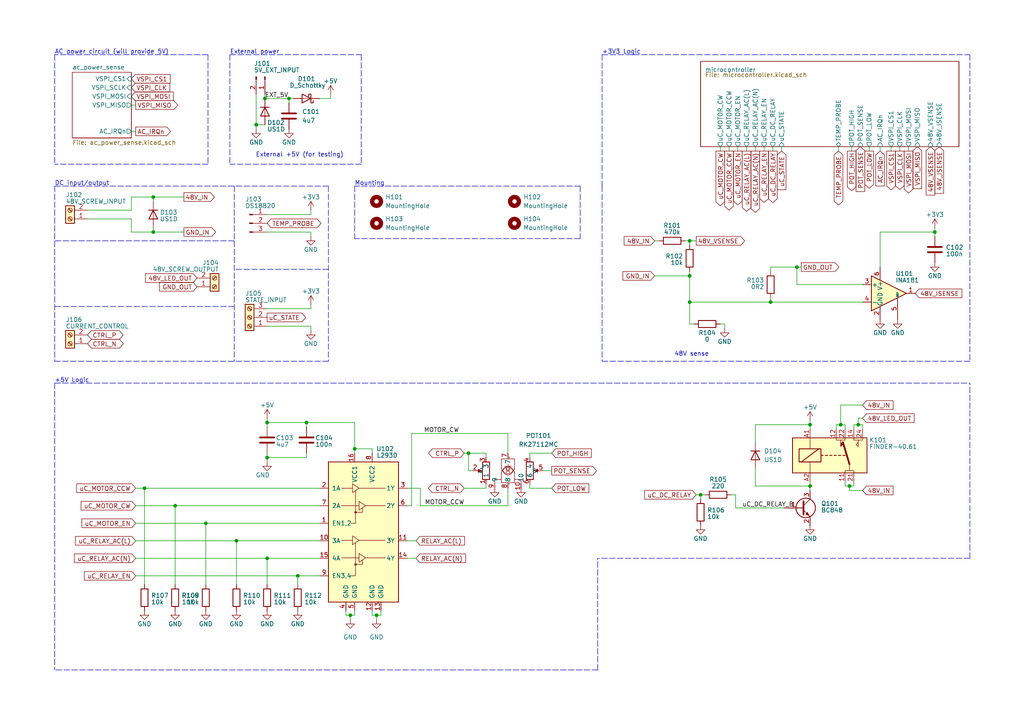
<source format=kicad_sch>
(kicad_sch (version 20211123) (generator eeschema)
  (paper "A4")
  (title_block (title "Lumos - IoT Grow Light") (company "Achim Vandierendonck"))
  (lib_symbols
    (symbol "Amplifier_Current:INA181" (pin_names (offset 0.127))
      (property "Reference" "U" (at 3.81 3.81 0))
      (property "Value" "INA181" (at 3.81 -2.54 0))
      (symbol "INA181_0_1"
        (polyline (pts (xy 5.08 0) (xy -5.08 5.08) (xy -5.08 -5.08) (xy 5.08 0)) (stroke (width 0.254)) (fill (type background)))
      )
      (symbol "INA181_1_1"
        (pin output line (at 7.62 0 180) (length 2.54) (name "~") (number "1"))
        (pin power_in line (at -2.54 -7.62 90) (length 3.81) (name "GND") (number "2"))
        (pin input line (at -7.62 2.54 0) (length 2.54) (name "+") (number "3"))
        (pin input line (at -7.62 -2.54 0) (length 2.54) (name "-") (number "4"))
        (pin input line (at 2.54 -7.62 90) (length 6.35) (name "REF") (number "5"))
        (pin power_in line (at -2.54 7.62 270) (length 3.81) (name "V+") (number "6"))
      )
    )
    (symbol "Connector:Conn_01x02_Male" (pin_names (offset 1.016) hide)
      (property "Reference" "J" (at 0 2.54 0))
      (property "Value" "Conn_01x02_Male" (at 0 -5.08 0))
      (symbol "Conn_01x02_Male_1_1"
        (polyline (pts (xy 1.27 -2.54) (xy 0.8636 -2.54)) (stroke (width 0.1524)))
        (polyline (pts (xy 1.27 0) (xy 0.8636 0)) (stroke (width 0.1524)))
        (rectangle (start 0.8636 -2.413) (end 0 -2.667) (stroke (width 0.1524)) (fill (type outline)))
        (rectangle (start 0.8636 0.127) (end 0 -0.127) (stroke (width 0.1524)) (fill (type outline)))
        (pin passive line (at 5.08 0 180) (length 3.81) (name "Pin_1") (number "1"))
        (pin passive line (at 5.08 -2.54 180) (length 3.81) (name "Pin_2") (number "2"))
      )
    )
    (symbol "Connector:Conn_01x03_Male" (pin_names (offset 1.016) hide)
      (property "Reference" "J" (at 0 5.08 0))
      (property "Value" "Conn_01x03_Male" (at 0 -5.08 0))
      (symbol "Conn_01x03_Male_1_1"
        (polyline (pts (xy 1.27 -2.54) (xy 0.8636 -2.54)) (stroke (width 0.1524)))
        (polyline (pts (xy 1.27 0) (xy 0.8636 0)) (stroke (width 0.1524)))
        (polyline (pts (xy 1.27 2.54) (xy 0.8636 2.54)) (stroke (width 0.1524)))
        (rectangle (start 0.8636 -2.413) (end 0 -2.667) (stroke (width 0.1524)) (fill (type outline)))
        (rectangle (start 0.8636 0.127) (end 0 -0.127) (stroke (width 0.1524)) (fill (type outline)))
        (rectangle (start 0.8636 2.667) (end 0 2.413) (stroke (width 0.1524)) (fill (type outline)))
        (pin passive line (at 5.08 2.54 180) (length 3.81) (name "Pin_1") (number "1"))
        (pin passive line (at 5.08 0 180) (length 3.81) (name "Pin_2") (number "2"))
        (pin passive line (at 5.08 -2.54 180) (length 3.81) (name "Pin_3") (number "3"))
      )
    )
    (symbol "Connector:Screw_Terminal_01x02" (pin_names (offset 1.016) hide)
      (property "Reference" "J" (at 0 2.54 0))
      (property "Value" "Screw_Terminal_01x02" (at 0 -5.08 0))
      (symbol "Screw_Terminal_01x02_1_1"
        (rectangle (start -1.27 1.27) (end 1.27 -3.81) (stroke (width 0.254)) (fill (type background)))
        (circle (center 0 -2.54) (radius 0.635) (stroke (width 0.1524)))
        (polyline (pts (xy -0.5334 -2.2098) (xy 0.3302 -3.048)) (stroke (width 0.1524)))
        (polyline (pts (xy -0.5334 0.3302) (xy 0.3302 -0.508)) (stroke (width 0.1524)))
        (polyline (pts (xy -0.3556 -2.032) (xy 0.508 -2.8702)) (stroke (width 0.1524)))
        (polyline (pts (xy -0.3556 0.508) (xy 0.508 -0.3302)) (stroke (width 0.1524)))
        (circle (center 0 0) (radius 0.635) (stroke (width 0.1524)))
        (pin passive line (at -5.08 0 0) (length 3.81) (name "Pin_1") (number "1"))
        (pin passive line (at -5.08 -2.54 0) (length 3.81) (name "Pin_2") (number "2"))
      )
    )
    (symbol "Connector:Screw_Terminal_01x03" (pin_names (offset 1.016) hide)
      (property "Reference" "J" (at 0 5.08 0))
      (property "Value" "Screw_Terminal_01x03" (at 0 -5.08 0))
      (symbol "Screw_Terminal_01x03_1_1"
        (rectangle (start -1.27 3.81) (end 1.27 -3.81) (stroke (width 0.254)) (fill (type background)))
        (circle (center 0 -2.54) (radius 0.635) (stroke (width 0.1524)))
        (polyline (pts (xy -0.5334 -2.2098) (xy 0.3302 -3.048)) (stroke (width 0.1524)))
        (polyline (pts (xy -0.5334 0.3302) (xy 0.3302 -0.508)) (stroke (width 0.1524)))
        (polyline (pts (xy -0.5334 2.8702) (xy 0.3302 2.032)) (stroke (width 0.1524)))
        (polyline (pts (xy -0.3556 -2.032) (xy 0.508 -2.8702)) (stroke (width 0.1524)))
        (polyline (pts (xy -0.3556 0.508) (xy 0.508 -0.3302)) (stroke (width 0.1524)))
        (polyline (pts (xy -0.3556 3.048) (xy 0.508 2.2098)) (stroke (width 0.1524)))
        (circle (center 0 0) (radius 0.635) (stroke (width 0.1524)))
        (circle (center 0 2.54) (radius 0.635) (stroke (width 0.1524)))
        (pin passive line (at -5.08 2.54 0) (length 3.81) (name "Pin_1") (number "1"))
        (pin passive line (at -5.08 0 0) (length 3.81) (name "Pin_2") (number "2"))
        (pin passive line (at -5.08 -2.54 0) (length 3.81) (name "Pin_3") (number "3"))
      )
    )
    (symbol "Device:C" (pin_numbers hide) (pin_names (offset 0.254))
      (property "Reference" "C" (at 0.635 2.54 0))
      (property "Value" "C" (at 0.635 -2.54 0))
      (symbol "C_0_1"
        (polyline (pts (xy -2.032 -0.762) (xy 2.032 -0.762)) (stroke (width 0.508)))
        (polyline (pts (xy -2.032 0.762) (xy 2.032 0.762)) (stroke (width 0.508)))
      )
      (symbol "C_1_1"
        (pin passive line (at 0 3.81 270) (length 2.794) (name "~") (number "1"))
        (pin passive line (at 0 -3.81 90) (length 2.794) (name "~") (number "2"))
      )
    )
    (symbol "Device:D_Schottky" (pin_numbers hide) (pin_names (offset 1.016) hide)
      (property "Reference" "D" (at 0 2.54 0))
      (property "Value" "D_Schottky" (at 0 -2.54 0))
      (symbol "D_Schottky_0_1"
        (polyline (pts (xy 1.27 0) (xy -1.27 0)))
        (polyline (pts (xy 1.27 1.27) (xy 1.27 -1.27) (xy -1.27 0) (xy 1.27 1.27)) (stroke (width 0.254)))
        (polyline (pts (xy -1.905 0.635) (xy -1.905 1.27) (xy -1.27 1.27) (xy -1.27 -1.27) (xy -0.635 -1.27) (xy -0.635 -0.635)) (stroke (width 0.254)))
      )
      (symbol "D_Schottky_1_1"
        (pin passive line (at -3.81 0 0) (length 2.54) (name "K") (number "1"))
        (pin passive line (at 3.81 0 180) (length 2.54) (name "A") (number "2"))
      )
    )
    (symbol "Device:R" (pin_numbers hide) (pin_names (offset 0))
      (property "Reference" "R" (at 2.032 0 90))
      (property "Value" "R" (at 0 0 90))
      (symbol "R_0_1"
        (rectangle (start -1.016 -2.54) (end 1.016 2.54) (stroke (width 0.254)))
      )
      (symbol "R_1_1"
        (pin passive line (at 0 3.81 270) (length 1.27) (name "~") (number "1"))
        (pin passive line (at 0 -3.81 90) (length 1.27) (name "~") (number "2"))
      )
    )
    (symbol "Diode:US1D" (pin_numbers hide) (pin_names (offset 1.016) hide)
      (property "Reference" "D" (at 0 2.54 0))
      (property "Value" "US1D" (at 0 -2.54 0))
      (symbol "US1D_0_1"
        (polyline (pts (xy -1.27 1.27) (xy -1.27 -1.27)) (stroke (width 0.254)))
        (polyline (pts (xy 1.27 0) (xy -1.27 0)))
        (polyline (pts (xy 1.27 1.27) (xy 1.27 -1.27) (xy -1.27 0) (xy 1.27 1.27)) (stroke (width 0.254)))
      )
      (symbol "US1D_1_1"
        (pin passive line (at -3.81 0 0) (length 2.54) (name "K") (number "1"))
        (pin passive line (at 3.81 0 180) (length 2.54) (name "A") (number "2"))
      )
    )
    (symbol "Driver_Motor:L293D" (pin_names (offset 1.016))
      (property "Reference" "U" (at -5.08 26.035 0))
      (property "Value" "L293D" (at -5.08 24.13 0))
      (symbol "L293D_0_1"
        (rectangle (start -10.16 22.86) (end 10.16 -17.78) (stroke (width 0.254)) (fill (type background)))
        (circle (center -2.286 -6.858) (radius 0.254) (fill (type outline)))
        (circle (center -2.286 8.255) (radius 0.254) (fill (type outline)))
        (polyline (pts (xy -6.35 -4.953) (xy -1.27 -4.953)))
        (polyline (pts (xy -6.35 0.127) (xy -3.175 0.127)))
        (polyline (pts (xy -6.35 10.16) (xy -1.27 10.16)))
        (polyline (pts (xy -6.35 15.24) (xy -3.175 15.24)))
        (polyline (pts (xy -1.27 0.127) (xy 6.35 0.127)))
        (polyline (pts (xy -1.27 15.24) (xy 6.35 15.24)))
        (polyline (pts (xy 0.635 -4.953) (xy 6.35 -4.953)))
        (polyline (pts (xy 0.635 10.16) (xy 6.35 10.16)))
        (polyline (pts (xy -2.286 -6.858) (xy -0.254 -6.858) (xy -0.254 -5.588)))
        (polyline (pts (xy -2.286 -0.635) (xy -2.286 -10.16) (xy -3.556 -10.16)))
        (polyline (pts (xy -2.286 8.255) (xy -0.254 8.255) (xy -0.254 9.525)))
        (polyline (pts (xy -2.286 14.478) (xy -2.286 5.08) (xy -3.556 5.08)))
        (polyline (pts (xy -3.175 1.397) (xy -3.175 -1.143) (xy -1.27 0.127) (xy -3.175 1.397)))
        (polyline (pts (xy -3.175 16.51) (xy -3.175 13.97) (xy -1.27 15.24) (xy -3.175 16.51)))
        (polyline (pts (xy -1.27 -3.683) (xy -1.27 -6.223) (xy 0.635 -4.953) (xy -1.27 -3.683)))
        (polyline (pts (xy -1.27 11.43) (xy -1.27 8.89) (xy 0.635 10.16) (xy -1.27 11.43)))
      )
      (symbol "L293D_1_1"
        (pin input line (at -12.7 5.08 0) (length 2.54) (name "EN1,2") (number "1"))
        (pin input line (at -12.7 0 0) (length 2.54) (name "3A") (number "10"))
        (pin output line (at 12.7 0 180) (length 2.54) (name "3Y") (number "11"))
        (pin power_in line (at 2.54 -20.32 90) (length 2.54) (name "GND") (number "12"))
        (pin power_in line (at 5.08 -20.32 90) (length 2.54) (name "GND") (number "13"))
        (pin output line (at 12.7 -5.08 180) (length 2.54) (name "4Y") (number "14"))
        (pin input line (at -12.7 -5.08 0) (length 2.54) (name "4A") (number "15"))
        (pin power_in line (at -2.54 25.4 270) (length 2.54) (name "VCC1") (number "16"))
        (pin input line (at -12.7 15.24 0) (length 2.54) (name "1A") (number "2"))
        (pin output line (at 12.7 15.24 180) (length 2.54) (name "1Y") (number "3"))
        (pin power_in line (at -5.08 -20.32 90) (length 2.54) (name "GND") (number "4"))
        (pin power_in line (at -2.54 -20.32 90) (length 2.54) (name "GND") (number "5"))
        (pin output line (at 12.7 10.16 180) (length 2.54) (name "2Y") (number "6"))
        (pin input line (at -12.7 10.16 0) (length 2.54) (name "2A") (number "7"))
        (pin power_in line (at 2.54 25.4 270) (length 2.54) (name "VCC2") (number "8"))
        (pin input line (at -12.7 -10.16 0) (length 2.54) (name "EN3,4") (number "9"))
      )
    )
    (symbol "Mechanical:MountingHole" (pin_names (offset 1.016))
      (property "Reference" "H" (at 0 5.08 0))
      (property "Value" "MountingHole" (at 0 3.175 0))
      (symbol "MountingHole_0_1"
        (circle (center 0 0) (radius 1.27) (stroke (width 1.27)))
      )
    )
    (symbol "Transistor_BJT:BC848" (pin_names (offset 0) hide)
      (property "Reference" "Q" (at 5.08 1.905 0))
      (property "Value" "BC848" (at 5.08 0 0))
      (symbol "BC848_0_1"
        (polyline (pts (xy 0.635 0.635) (xy 2.54 2.54)))
        (polyline (pts (xy 0.635 -0.635) (xy 2.54 -2.54) (xy 2.54 -2.54)))
        (polyline (pts (xy 0.635 1.905) (xy 0.635 -1.905) (xy 0.635 -1.905)) (stroke (width 0.508)))
        (polyline (pts (xy 1.27 -1.778) (xy 1.778 -1.27) (xy 2.286 -2.286) (xy 1.27 -1.778) (xy 1.27 -1.778)) (fill (type outline)))
        (circle (center 1.27 0) (radius 2.8194) (stroke (width 0.254)))
      )
      (symbol "BC848_1_1"
        (pin input line (at -5.08 0 0) (length 5.715) (name "B") (number "1"))
        (pin passive line (at 2.54 -5.08 90) (length 2.54) (name "E") (number "2"))
        (pin passive line (at 2.54 5.08 270) (length 2.54) (name "C") (number "3"))
      )
    )
    (symbol "lumos:FINDER-40.61"
      (property "Reference" "K" (at 7.112 3.81 0))
      (property "Value" "FINDER-40.61" (at 7.112 1.27 0))
      (symbol "FINDER-40.61_0_1"
        (rectangle (start -15.24 5.08) (end 6.35 -5.08) (stroke (width 0.254)) (fill (type background)))
        (rectangle (start -13.335 1.905) (end -6.985 -1.905) (stroke (width 0.254)))
        (polyline (pts (xy -12.7 -1.905) (xy -7.62 1.905)) (stroke (width 0.254)))
        (polyline (pts (xy -10.16 -5.08) (xy -10.16 -1.905)))
        (polyline (pts (xy -10.16 5.08) (xy -10.16 1.905)))
        (polyline (pts (xy -6.985 0) (xy -6.35 0)) (stroke (width 0.254)))
        (polyline (pts (xy -5.715 0) (xy -5.08 0)) (stroke (width 0.254)))
        (polyline (pts (xy -4.445 0) (xy -3.81 0)) (stroke (width 0.254)))
        (polyline (pts (xy -3.175 0) (xy -2.54 0)) (stroke (width 0.254)))
        (polyline (pts (xy -2.54 4.445) (xy -2.54 5.08)))
        (polyline (pts (xy -1.905 0) (xy -1.27 0)) (stroke (width 0.254)))
        (polyline (pts (xy -0.635 0) (xy 0 0)) (stroke (width 0.254)))
        (polyline (pts (xy 1.27 -2.54) (xy -0.635 3.81)) (stroke (width 0.508)))
        (polyline (pts (xy 1.27 -2.54) (xy 1.27 -4.445)))
        (polyline (pts (xy 2.54 4.445) (xy 2.54 5.08)))
        (polyline (pts (xy 0 5.08) (xy 0 4.445) (xy -2.54 4.445)))
        (polyline (pts (xy 5.08 5.08) (xy 5.08 4.445) (xy 2.54 4.445)))
        (polyline (pts (xy -1.27 4.445) (xy -1.27 2.54) (xy -0.635 3.175) (xy -1.27 3.81)) (fill (type outline)))
        (polyline (pts (xy 2.54 -5.08) (xy 2.54 -4.445) (xy 0 -4.445) (xy 0 -5.08)))
        (polyline (pts (xy 3.81 4.445) (xy 3.81 2.54) (xy 3.175 3.175) (xy 3.81 3.81)))
      )
      (symbol "FINDER-40.61_1_1"
        (pin passive line (at 0 -7.62 90) (length 2.54) (name "~") (number "11"))
        (pin passive line (at -2.54 7.62 270) (length 2.54) (name "~") (number "12"))
        (pin passive line (at 2.54 7.62 270) (length 2.54) (name "~") (number "14"))
        (pin passive line (at 2.54 -7.62 90) (length 2.54) (name "~") (number "21"))
        (pin passive line (at 0 7.62 270) (length 2.54) (name "~") (number "22"))
        (pin passive line (at 5.08 7.62 270) (length 2.54) (name "~") (number "24"))
        (pin passive line (at -10.16 7.62 270) (length 2.54) (name "~") (number "A1"))
        (pin passive line (at -10.16 -7.62 90) (length 2.54) (name "~") (number "A2"))
      )
    )
    (symbol "lumos:RK27112MC"
      (property "Reference" "POT" (at 8.89 -5.08 0))
      (property "Value" "RK27112MC" (at 8.89 -2.54 0))
      (symbol "RK27112MC_0_0"
        (arc (start -1.905 0.5485) (mid 0 -1.9806) (end 1.905 0.5485))
        (arc (start -0.889 1.397) (mid 0 -1.661) (end 0.889 1.397))
        (polyline (pts (xy 0 -3.81) (xy 0 -3.429)))
        (polyline (pts (xy 0 3.81) (xy 0 3.429)))
        (polyline (pts (xy 0.127 1.651) (xy 0 1.524)))
        (polyline (pts (xy 0.127 1.651) (xy 0 1.778)))
        (polyline (pts (xy 0.254 -3.81) (xy 0.508 -3.81)))
        (polyline (pts (xy 0.254 3.81) (xy 0.508 3.81)))
        (polyline (pts (xy 0.381 3.937) (xy 0.381 3.683)))
        (polyline (pts (xy -3.81 -3.81) (xy -3.81 -2.54) (xy -1.905 -2.54)))
        (polyline (pts (xy 3.81 -3.81) (xy 3.81 -2.54) (xy 1.905 -2.54)))
        (polyline (pts (xy -1.905 0.508) (xy -1.905 3.429) (xy 1.905 3.429) (xy 1.905 0.508)))
        (polyline (pts (xy 1.905 -0.508) (xy 1.905 -3.429) (xy -1.905 -3.429) (xy -1.905 -0.508)))
        (arc (start 1.905 -0.508) (mid 0 1.9737) (end -1.905 -0.508))
        (text "M" (at 0 0 0) (effects (font (size 1.27 1.27))))
      )
      (symbol "RK27112MC_0_1"
        (rectangle (start -7.366 -2.54) (end -5.334 2.54) (stroke (width 0.254)))
        (polyline (pts (xy -8.89 0) (xy -7.874 0)))
        (polyline (pts (xy 8.89 0) (xy 7.874 0)))
        (polyline (pts (xy -7.493 0) (xy -8.636 -0.508) (xy -8.636 0.508)) (fill (type outline)))
        (polyline (pts (xy 7.493 0) (xy 8.636 0.508) (xy 8.636 -0.508)) (fill (type outline)))
        (circle (center 0 0) (radius 1.27))
        (rectangle (start 7.366 2.54) (end 5.334 -2.54) (stroke (width 0.254)))
      )
      (symbol "RK27112MC_1_1"
        (pin passive line (at -6.35 -3.81 90) (length 1.27) (name "1") (number "1"))
        (pin power_in line (at 3.81 -5.08 90) (length 1.27) (name "10") (number "10"))
        (pin passive line (at -10.16 0 0) (length 1.27) (name "2") (number "2"))
        (pin passive line (at -6.35 3.81 270) (length 1.27) (name "3") (number "3"))
        (pin passive line (at 6.35 3.81 270) (length 1.27) (name "4") (number "4"))
        (pin passive line (at 10.16 0 180) (length 1.27) (name "5") (number "5"))
        (pin passive line (at 6.35 -3.81 90) (length 1.27) (name "6") (number "6"))
        (pin bidirectional line (at 0 5.08 270) (length 1.27) (name "7") (number "7"))
        (pin bidirectional line (at 0 -5.08 90) (length 1.27) (name "8") (number "8"))
        (pin power_in line (at -3.81 -5.08 90) (length 1.27) (name "9") (number "9"))
      )
    )
    (symbol "power:+3V3" (power) (pin_names (offset 0))
      (property "Value" "+3V3" (at 0 3.556 0))
      (symbol "+3V3_0_1"
        (polyline (pts (xy -0.762 1.27) (xy 0 2.54)))
        (polyline (pts (xy 0 0) (xy 0 2.54)))
        (polyline (pts (xy 0 2.54) (xy 0.762 1.27)))
      )
      (symbol "+3V3_1_1"
        (pin power_in line (at 0 0 90) (length 0) hide (name "+3V3") (number "1"))
      )
    )
    (symbol "power:+5V" (power) (pin_names (offset 0))
      (property "Value" "+5V" (at 0 3.556 0))
      (symbol "+5V_0_1"
        (polyline (pts (xy -0.762 1.27) (xy 0 2.54)))
        (polyline (pts (xy 0 0) (xy 0 2.54)))
        (polyline (pts (xy 0 2.54) (xy 0.762 1.27)))
      )
      (symbol "+5V_1_1"
        (pin power_in line (at 0 0 90) (length 0) hide (name "+5V") (number "1"))
      )
    )
    (symbol "power:GND" (power) (pin_names (offset 0))
      (property "Value" "GND" (at 0 -3.81 0))
      (symbol "GND_0_1"
        (polyline (pts (xy 0 0) (xy 0 -1.27) (xy 1.27 -1.27) (xy 0 -2.54) (xy -1.27 -1.27) (xy 0 -1.27)))
      )
      (symbol "GND_1_1"
        (pin power_in line (at 0 0 270) (length 0) hide (name "GND") (number "1"))
      )
    )
  )
  (junction (at 271.145 67.31))
  (junction (at 223.52 87.63))
  (junction (at 44.45 67.31))
  (junction (at 83.82 28.575))
  (junction (at 68.58 156.845))
  (junction (at 86.36 167.005))
  (junction (at 200.025 87.63))
  (junction (at 234.95 140.97))
  (junction (at 203.2 143.51))
  (junction (at 77.47 161.925))
  (junction (at 234.95 123.19))
  (junction (at 200.025 69.85))
  (junction (at 246.38 140.97))
  (junction (at 200.025 80.01))
  (junction (at 231.14 77.47))
  (junction (at 77.47 122.555))
  (junction (at 59.69 151.765))
  (junction (at 44.45 57.15))
  (junction (at 88.9 122.555))
  (junction (at 135.89 131.445))
  (junction (at 243.84 123.19))
  (junction (at 101.6 178.435))
  (junction (at 74.295 36.195))
  (junction (at 109.22 178.435))
  (junction (at 248.92 123.19))
  (junction (at 41.91 141.605))
  (junction (at 50.8 146.685))
  (junction (at 77.47 132.715))
  (junction (at 76.835 28.575))
  (junction (at 102.87 130.175))
  (wire (pts (xy 77.47 161.925) (xy 77.47 169.545)))
  (wire (pts (xy 119.38 125.73) (xy 147.32 125.73)))
  (wire (pts (xy 140.97 140.335) (xy 140.97 141.605)))
  (wire (pts (xy 234.95 142.24) (xy 234.95 140.97)))
  (polyline (pts (xy 15.875 15.875) (xy 15.875 47.625)))
  (wire (pts (xy 38.1 60.96) (xy 38.1 57.15)))
  (wire (pts (xy 118.11 141.605) (xy 121.92 141.605)))
  (wire (pts (xy 90.17 62.23) (xy 90.17 60.96)))
  (wire (pts (xy 102.87 130.175) (xy 102.87 131.445)))
  (wire (pts (xy 213.36 143.51) (xy 213.36 147.32)))
  (wire (pts (xy 68.58 156.845) (xy 92.71 156.845)))
  (wire (pts (xy 208.915 93.98) (xy 210.185 93.98)))
  (wire (pts (xy 100.33 177.165) (xy 100.33 178.435)))
  (wire (pts (xy 74.295 36.195) (xy 74.295 27.305)))
  (wire (pts (xy 121.92 146.685) (xy 147.32 146.685)))
  (wire (pts (xy 250.19 82.55) (xy 231.14 82.55)))
  (polyline (pts (xy 281.305 104.775) (xy 238.125 104.775)))
  (wire (pts (xy 247.65 123.19) (xy 248.92 123.19)))
  (wire (pts (xy 250.19 123.19) (xy 250.19 124.46)))
  (wire (pts (xy 101.6 179.705) (xy 101.6 178.435)))
  (wire (pts (xy 203.2 144.78) (xy 203.2 143.51)))
  (wire (pts (xy 153.67 131.445) (xy 160.02 131.445)))
  (polyline (pts (xy 102.87 53.975) (xy 102.87 69.215)))
  (polyline (pts (xy 174.625 104.775) (xy 238.125 104.775)))
  (wire (pts (xy 147.32 125.73) (xy 147.32 131.445)))
  (wire (pts (xy 86.36 167.005) (xy 92.71 167.005)))
  (polyline (pts (xy 174.625 53.975) (xy 174.625 53.975)))
  (wire (pts (xy 243.205 42.545) (xy 243.205 43.815)))
  (wire (pts (xy 119.38 125.73) (xy 119.38 146.685)))
  (wire (pts (xy 271.145 66.04) (xy 271.145 67.31)))
  (wire (pts (xy 248.92 123.19) (xy 248.92 121.285)))
  (wire (pts (xy 245.11 123.19) (xy 245.11 124.46)))
  (wire (pts (xy 77.47 62.23) (xy 90.17 62.23)))
  (wire (pts (xy 134.62 141.605) (xy 140.97 141.605)))
  (wire (pts (xy 258.445 42.545) (xy 258.445 43.815)))
  (wire (pts (xy 247.65 124.46) (xy 247.65 123.19)))
  (wire (pts (xy 77.47 122.555) (xy 88.9 122.555)))
  (wire (pts (xy 88.9 122.555) (xy 88.9 123.825)))
  (wire (pts (xy 223.52 87.63) (xy 250.19 87.63)))
  (polyline (pts (xy 168.275 53.975) (xy 168.275 69.215)))
  (wire (pts (xy 39.37 141.605) (xy 41.91 141.605)))
  (wire (pts (xy 243.84 123.19) (xy 245.11 123.19)))
  (polyline (pts (xy 67.945 53.975) (xy 67.945 104.775)))
  (polyline (pts (xy 60.325 15.875) (xy 15.875 15.875)))
  (wire (pts (xy 271.145 67.31) (xy 271.145 68.58)))
  (wire (pts (xy 198.755 69.85) (xy 200.025 69.85)))
  (wire (pts (xy 95.885 28.575) (xy 95.885 27.305)))
  (wire (pts (xy 147.32 141.605) (xy 147.32 146.685)))
  (wire (pts (xy 77.47 132.715) (xy 77.47 131.445)))
  (wire (pts (xy 109.22 178.435) (xy 110.49 178.435)))
  (wire (pts (xy 102.87 177.165) (xy 102.87 178.435)))
  (wire (pts (xy 234.95 121.92) (xy 234.95 123.19)))
  (wire (pts (xy 255.27 67.31) (xy 271.145 67.31)))
  (wire (pts (xy 134.62 131.445) (xy 135.89 131.445)))
  (polyline (pts (xy 60.325 15.875) (xy 60.325 47.625)))
  (wire (pts (xy 118.11 156.845) (xy 120.65 156.845)))
  (wire (pts (xy 201.93 143.51) (xy 203.2 143.51)))
  (polyline (pts (xy 104.775 15.875) (xy 104.775 47.625)))
  (polyline (pts (xy 174.625 15.875) (xy 281.305 15.875)))
  (polyline (pts (xy 15.875 111.125) (xy 281.305 111.125)))
  (wire (pts (xy 77.47 133.985) (xy 77.47 132.715)))
  (wire (pts (xy 90.17 67.31) (xy 90.17 68.58)))
  (wire (pts (xy 219.075 42.545) (xy 219.075 43.815)))
  (wire (pts (xy 201.295 93.98) (xy 200.025 93.98)))
  (wire (pts (xy 245.11 140.97) (xy 246.38 140.97)))
  (wire (pts (xy 200.025 87.63) (xy 200.025 80.01)))
  (wire (pts (xy 234.95 123.19) (xy 234.95 124.46)))
  (wire (pts (xy 231.14 82.55) (xy 231.14 77.47)))
  (wire (pts (xy 25.4 63.5) (xy 38.1 63.5)))
  (wire (pts (xy 200.025 87.63) (xy 223.52 87.63)))
  (wire (pts (xy 77.47 67.31) (xy 90.17 67.31)))
  (wire (pts (xy 200.025 69.85) (xy 200.025 71.12)))
  (wire (pts (xy 92.71 28.575) (xy 95.885 28.575)))
  (wire (pts (xy 189.865 69.85) (xy 191.135 69.85)))
  (wire (pts (xy 25.4 60.96) (xy 38.1 60.96)))
  (wire (pts (xy 223.52 77.47) (xy 223.52 78.74)))
  (polyline (pts (xy 95.25 78.105) (xy 67.945 78.105)))
  (wire (pts (xy 210.185 93.98) (xy 210.185 95.25)))
  (wire (pts (xy 83.82 28.575) (xy 83.82 29.845)))
  (wire (pts (xy 77.47 122.555) (xy 77.47 123.825)))
  (wire (pts (xy 77.47 94.615) (xy 90.17 94.615)))
  (polyline (pts (xy 168.275 53.975) (xy 102.87 53.975)))
  (wire (pts (xy 76.835 27.305) (xy 76.835 28.575)))
  (wire (pts (xy 242.57 123.19) (xy 243.84 123.19)))
  (wire (pts (xy 41.91 141.605) (xy 92.71 141.605)))
  (wire (pts (xy 50.8 146.685) (xy 92.71 146.685)))
  (wire (pts (xy 77.47 161.925) (xy 92.71 161.925)))
  (wire (pts (xy 250.19 142.24) (xy 246.38 142.24)))
  (wire (pts (xy 226.695 42.545) (xy 226.695 43.815)))
  (wire (pts (xy 77.47 132.715) (xy 88.9 132.715)))
  (wire (pts (xy 86.36 167.005) (xy 86.36 169.545)))
  (wire (pts (xy 38.1 67.31) (xy 44.45 67.31)))
  (wire (pts (xy 200.025 69.85) (xy 201.93 69.85)))
  (wire (pts (xy 59.69 151.765) (xy 92.71 151.765)))
  (polyline (pts (xy 66.675 15.875) (xy 66.675 47.625)))
  (wire (pts (xy 109.22 178.435) (xy 107.95 178.435)))
  (wire (pts (xy 39.37 156.845) (xy 68.58 156.845)))
  (wire (pts (xy 208.915 42.545) (xy 208.915 43.815)))
  (wire (pts (xy 39.37 161.925) (xy 77.47 161.925)))
  (wire (pts (xy 219.075 135.89) (xy 219.075 140.97)))
  (wire (pts (xy 255.27 42.545) (xy 255.27 43.815)))
  (wire (pts (xy 90.17 88.265) (xy 90.17 89.535)))
  (wire (pts (xy 102.87 130.175) (xy 107.95 130.175)))
  (wire (pts (xy 110.49 177.165) (xy 110.49 178.435)))
  (wire (pts (xy 247.015 42.545) (xy 247.015 43.815)))
  (wire (pts (xy 263.525 42.545) (xy 263.525 43.815)))
  (wire (pts (xy 50.8 146.685) (xy 50.8 169.545)))
  (wire (pts (xy 255.27 67.31) (xy 255.27 77.47)))
  (wire (pts (xy 88.9 132.715) (xy 88.9 131.445)))
  (wire (pts (xy 221.615 42.545) (xy 221.615 43.815)))
  (wire (pts (xy 118.11 161.925) (xy 120.65 161.925)))
  (polyline (pts (xy 15.875 53.975) (xy 95.25 53.975)))
  (wire (pts (xy 109.22 179.705) (xy 109.22 178.435)))
  (wire (pts (xy 153.67 141.605) (xy 160.02 141.605)))
  (wire (pts (xy 38.1 63.5) (xy 38.1 67.31)))
  (wire (pts (xy 39.37 167.005) (xy 86.36 167.005)))
  (wire (pts (xy 200.025 87.63) (xy 200.025 93.98)))
  (wire (pts (xy 243.84 123.19) (xy 243.84 117.475)))
  (wire (pts (xy 246.38 140.97) (xy 246.38 142.24)))
  (polyline (pts (xy 60.325 47.625) (xy 15.875 47.625)))
  (wire (pts (xy 107.95 131.445) (xy 107.95 130.175)))
  (polyline (pts (xy 281.305 15.875) (xy 281.305 104.775)))
  (wire (pts (xy 44.45 58.42) (xy 44.45 57.15)))
  (polyline (pts (xy 104.775 47.625) (xy 66.675 47.625)))
  (wire (pts (xy 135.89 131.445) (xy 135.89 136.525)))
  (wire (pts (xy 211.455 42.545) (xy 211.455 43.815)))
  (wire (pts (xy 135.89 136.525) (xy 137.16 136.525)))
  (wire (pts (xy 77.47 89.535) (xy 90.17 89.535)))
  (wire (pts (xy 38.1 38.1) (xy 39.37 38.1)))
  (wire (pts (xy 203.2 143.51) (xy 204.47 143.51)))
  (polyline (pts (xy 174.625 53.975) (xy 174.625 104.775)))
  (wire (pts (xy 74.295 37.465) (xy 74.295 36.195)))
  (polyline (pts (xy 15.875 53.975) (xy 15.875 104.775)))
  (wire (pts (xy 252.095 42.545) (xy 252.095 43.815)))
  (polyline (pts (xy 67.945 88.9) (xy 15.875 88.9)))
  (polyline (pts (xy 173.355 194.31) (xy 15.875 194.31)))
  (wire (pts (xy 212.09 143.51) (xy 213.36 143.51)))
  (wire (pts (xy 242.57 124.46) (xy 242.57 123.19)))
  (wire (pts (xy 74.295 36.195) (xy 76.835 36.195)))
  (wire (pts (xy 234.95 123.19) (xy 219.075 123.19)))
  (wire (pts (xy 90.17 94.615) (xy 90.17 95.885)))
  (wire (pts (xy 38.1 30.48) (xy 39.37 30.48)))
  (wire (pts (xy 157.48 136.525) (xy 160.02 136.525)))
  (wire (pts (xy 247.65 139.7) (xy 247.65 140.97)))
  (wire (pts (xy 101.6 178.435) (xy 100.33 178.435)))
  (polyline (pts (xy 281.305 161.925) (xy 173.355 161.925)))
  (wire (pts (xy 39.37 151.765) (xy 59.69 151.765)))
  (wire (pts (xy 44.45 66.04) (xy 44.45 67.31)))
  (wire (pts (xy 59.69 151.765) (xy 59.69 169.545)))
  (wire (pts (xy 224.155 42.545) (xy 224.155 43.815)))
  (wire (pts (xy 88.9 122.555) (xy 102.87 122.555)))
  (wire (pts (xy 213.36 147.32) (xy 227.33 147.32)))
  (wire (pts (xy 44.45 57.15) (xy 53.34 57.15)))
  (polyline (pts (xy 67.945 69.85) (xy 15.875 69.85)))
  (wire (pts (xy 213.995 42.545) (xy 213.995 43.815)))
  (wire (pts (xy 216.535 42.545) (xy 216.535 43.815)))
  (polyline (pts (xy 66.675 15.875) (xy 104.775 15.875)))
  (polyline (pts (xy 173.355 194.31) (xy 173.355 161.925)))
  (wire (pts (xy 189.865 80.01) (xy 200.025 80.01)))
  (wire (pts (xy 140.97 131.445) (xy 135.89 131.445)))
  (wire (pts (xy 41.91 169.545) (xy 41.91 141.605)))
  (wire (pts (xy 248.92 123.19) (xy 250.19 123.19)))
  (wire (pts (xy 223.52 77.47) (xy 231.14 77.47)))
  (wire (pts (xy 243.84 117.475) (xy 250.19 117.475)))
  (wire (pts (xy 38.1 57.15) (xy 44.45 57.15)))
  (wire (pts (xy 101.6 178.435) (xy 102.87 178.435)))
  (wire (pts (xy 248.92 121.285) (xy 250.19 121.285)))
  (wire (pts (xy 121.92 146.685) (xy 121.92 141.605)))
  (wire (pts (xy 219.075 123.19) (xy 219.075 128.27)))
  (wire (pts (xy 234.95 140.97) (xy 234.95 139.7)))
  (wire (pts (xy 153.67 140.335) (xy 153.67 141.605)))
  (wire (pts (xy 119.38 146.685) (xy 118.11 146.685)))
  (wire (pts (xy 140.97 132.715) (xy 140.97 131.445)))
  (wire (pts (xy 107.95 177.165) (xy 107.95 178.435)))
  (wire (pts (xy 246.38 140.97) (xy 247.65 140.97)))
  (wire (pts (xy 83.82 28.575) (xy 85.09 28.575)))
  (wire (pts (xy 231.14 77.47) (xy 232.41 77.47)))
  (wire (pts (xy 39.37 146.685) (xy 50.8 146.685)))
  (polyline (pts (xy 168.275 69.215) (xy 102.87 69.215)))
  (wire (pts (xy 102.87 122.555) (xy 102.87 130.175)))
  (wire (pts (xy 245.11 140.97) (xy 245.11 139.7)))
  (wire (pts (xy 68.58 156.845) (xy 68.58 169.545)))
  (polyline (pts (xy 174.625 15.875) (xy 174.625 53.975)))
  (wire (pts (xy 44.45 67.31) (xy 53.34 67.31)))
  (wire (pts (xy 234.95 140.97) (xy 219.075 140.97)))
  (polyline (pts (xy 95.25 104.775) (xy 15.875 104.775)))
  (wire (pts (xy 223.52 86.36) (xy 223.52 87.63)))
  (wire (pts (xy 76.835 28.575) (xy 83.82 28.575)))
  (wire (pts (xy 77.47 121.285) (xy 77.47 122.555)))
  (wire (pts (xy 260.985 42.545) (xy 260.985 43.815)))
  (wire (pts (xy 153.67 132.715) (xy 153.67 131.445)))
  (polyline (pts (xy 15.875 111.125) (xy 15.875 194.31)))
  (wire (pts (xy 200.025 78.74) (xy 200.025 80.01)))
  (polyline (pts (xy 281.305 161.925) (xy 281.305 111.125)))
  (polyline (pts (xy 95.25 53.975) (xy 95.25 104.775)))
  (text "AC power circuit (will provide 5V)" (at 15.875 15.875 0) (effects (font (size 1.27 1.27)) (justify left bottom)))
  (text "+5V Logic" (at 15.875 111.125 0) (effects (font (size 1.27 1.27)) (justify left bottom)))
  (text "External +5V (for testing)" (at 99.695 45.72 180) (effects (font (size 1.27 1.27)) (justify right bottom)))
  (text "+3V3 Logic" (at 174.625 15.875 0) (effects (font (size 1.27 1.27)) (justify left bottom)))
  (text "48V sense" (at 195.58 103.505 0) (effects (font (size 1.27 1.27)) (justify left bottom)))
  (text "DC input/output" (at 15.875 53.975 0) (effects (font (size 1.27 1.27)) (justify left bottom)))
  (text "Mounting" (at 102.87 53.975 0) (effects (font (size 1.27 1.27)) (justify left bottom)))
  (text "External power" (at 66.675 15.875 0) (effects (font (size 1.27 1.27)) (justify left bottom)))
  (label "MOTOR_CW" (at 122.936 125.73 0))
  (label "EXT_5V" (at 76.835 28.575 0))
  (label "uC_DC_RELAY_B" (at 215.265 147.32 0))
  (label "MOTOR_CCW" (at 123.19 146.685 0))
  (global_label "uC_RELAY_EN" (shape output) (at 221.615 43.815 270) (property "Intersheet References" "${INTERSHEET_REFS}" (effects hide)))
  (global_label "POT_HIGH" (shape input) (at 160.02 131.445 0) (property "Intersheet References" "${INTERSHEET_REFS}" (effects hide)))
  (global_label "uC_MOTOR_EN" (shape output) (at 213.995 43.815 270) (property "Intersheet References" "${INTERSHEET_REFS}" (effects hide)))
  (global_label "POT_LOW" (shape output) (at 252.095 43.815 270) (property "Intersheet References" "${INTERSHEET_REFS}" (effects hide)))
  (global_label "VSPI_CLK" (shape output) (at 260.985 43.815 270) (property "Intersheet References" "${INTERSHEET_REFS}" (effects hide)))
  (global_label "AC_IRQn" (shape input) (at 255.27 43.815 270) (property "Intersheet References" "${INTERSHEET_REFS}" (effects hide)))
  (global_label "48V_LED_OUT" (shape input) (at 250.19 121.285 0) (property "Intersheet References" "${INTERSHEET_REFS}" (effects hide)))
  (global_label "uC_MOTOR_EN" (shape input) (at 39.37 151.765 180) (property "Intersheet References" "${INTERSHEET_REFS}" (effects hide)))
  (global_label "48V_IN" (shape input) (at 250.19 117.475 0) (property "Intersheet References" "${INTERSHEET_REFS}" (effects hide)))
  (global_label "uC_MOTOR_CW" (shape input) (at 39.37 146.685 180) (property "Intersheet References" "${INTERSHEET_REFS}" (effects hide)))
  (global_label "48V_ISENSE" (shape input) (at 265.43 85.09 0) (property "Intersheet References" "${INTERSHEET_REFS}" (effects hide)))
  (global_label "CTRL_N" (shape bidirectional) (at 134.62 141.605 180) (property "Intersheet References" "${INTERSHEET_REFS}" (effects hide)))
  (global_label "AC_IRQn" (shape output) (at 39.37 38.1 0) (property "Intersheet References" "${INTERSHEET_REFS}" (effects hide)))
  (global_label "TEMP_PROBE" (shape bidirectional) (at 243.205 43.815 270) (property "Intersheet References" "${INTERSHEET_REFS}" (effects hide)))
  (global_label "48V_LED_OUT" (shape input) (at 57.15 80.645 180) (property "Intersheet References" "${INTERSHEET_REFS}" (effects hide)))
  (global_label "uC_RELAY_AC(N)" (shape input) (at 39.37 161.925 180) (property "Intersheet References" "${INTERSHEET_REFS}" (effects hide)))
  (global_label "48V_VSENSE" (shape input) (at 269.875 42.545 270) (property "Intersheet References" "${INTERSHEET_REFS}" (effects hide)))
  (global_label "POT_SENSE" (shape input) (at 249.555 42.545 270) (property "Intersheet References" "${INTERSHEET_REFS}" (effects hide)))
  (global_label "48V_ISENSE" (shape input) (at 272.415 42.545 270) (property "Intersheet References" "${INTERSHEET_REFS}" (effects hide)))
  (global_label "uC_RELAY_AC(L)" (shape input) (at 39.37 156.845 180) (property "Intersheet References" "${INTERSHEET_REFS}" (effects hide)))
  (global_label "CTRL_P" (shape bidirectional) (at 25.4 97.155 0) (property "Intersheet References" "${INTERSHEET_REFS}" (effects hide)))
  (global_label "GND_IN" (shape input) (at 189.865 80.01 180) (property "Intersheet References" "${INTERSHEET_REFS}" (effects hide)))
  (global_label "GND_IN" (shape output) (at 53.34 67.31 0) (property "Intersheet References" "${INTERSHEET_REFS}" (effects hide)))
  (global_label "POT_HIGH" (shape output) (at 247.015 43.815 270) (property "Intersheet References" "${INTERSHEET_REFS}" (effects hide)))
  (global_label "uC_MOTOR_CCW" (shape input) (at 39.37 141.605 180) (property "Intersheet References" "${INTERSHEET_REFS}" (effects hide)))
  (global_label "uC_RELAY_AC(L)" (shape output) (at 216.535 43.815 270) (property "Intersheet References" "${INTERSHEET_REFS}" (effects hide)))
  (global_label "uC_DC_RELAY" (shape input) (at 201.93 143.51 180) (property "Intersheet References" "${INTERSHEET_REFS}" (effects hide)))
  (global_label "VSPI_CS1" (shape output) (at 258.445 43.815 270) (property "Intersheet References" "${INTERSHEET_REFS}" (effects hide)))
  (global_label "RELAY_AC(L)" (shape input) (at 120.65 156.845 0) (property "Intersheet References" "${INTERSHEET_REFS}" (effects hide)))
  (global_label "TEMP_PROBE" (shape bidirectional) (at 77.47 64.77 0) (property "Intersheet References" "${INTERSHEET_REFS}" (effects hide)))
  (global_label "VSPI_MOSI" (shape output) (at 263.525 43.815 270) (property "Intersheet References" "${INTERSHEET_REFS}" (effects hide)))
  (global_label "48V_IN" (shape input) (at 189.865 69.85 180) (property "Intersheet References" "${INTERSHEET_REFS}" (effects hide)))
  (global_label "GND_OUT" (shape input) (at 57.15 83.185 180) (property "Intersheet References" "${INTERSHEET_REFS}" (effects hide)))
  (global_label "48V_IN" (shape input) (at 250.19 142.24 0) (property "Intersheet References" "${INTERSHEET_REFS}" (effects hide)))
  (global_label "GND_OUT" (shape output) (at 232.41 77.47 0) (property "Intersheet References" "${INTERSHEET_REFS}" (effects hide)))
  (global_label "VSPI_MISO" (shape input) (at 266.065 42.545 270) (property "Intersheet References" "${INTERSHEET_REFS}" (effects hide)))
  (global_label "POT_SENSE" (shape output) (at 160.02 136.525 0) (property "Intersheet References" "${INTERSHEET_REFS}" (effects hide)))
  (global_label "CTRL_P" (shape bidirectional) (at 134.62 131.445 180) (property "Intersheet References" "${INTERSHEET_REFS}" (effects hide)))
  (global_label "48V_IN" (shape output) (at 53.34 57.15 0) (property "Intersheet References" "${INTERSHEET_REFS}" (effects hide)))
  (global_label "uC_RELAY_EN" (shape input) (at 39.37 167.005 180) (property "Intersheet References" "${INTERSHEET_REFS}" (effects hide)))
  (global_label "POT_LOW" (shape input) (at 160.02 141.605 0) (property "Intersheet References" "${INTERSHEET_REFS}" (effects hide)))
  (global_label "uC_DC_RELAY" (shape output) (at 224.155 43.815 270) (property "Intersheet References" "${INTERSHEET_REFS}" (effects hide)))
  (global_label "uC_STATE" (shape input) (at 226.695 43.815 270) (property "Intersheet References" "${INTERSHEET_REFS}" (effects hide)))
  (global_label "VSPI_CLK" (shape input) (at 38.1 25.4 0) (property "Intersheet References" "${INTERSHEET_REFS}" (effects hide)))
  (global_label "uC_MOTOR_CCW" (shape output) (at 211.455 43.815 270) (property "Intersheet References" "${INTERSHEET_REFS}" (effects hide)))
  (global_label "uC_RELAY_AC(N)" (shape output) (at 219.075 43.815 270) (property "Intersheet References" "${INTERSHEET_REFS}" (effects hide)))
  (global_label "uC_MOTOR_CW" (shape output) (at 208.915 43.815 270) (property "Intersheet References" "${INTERSHEET_REFS}" (effects hide)))
  (global_label "RELAY_AC(N)" (shape input) (at 120.65 161.925 0) (property "Intersheet References" "${INTERSHEET_REFS}" (effects hide)))
  (global_label "VSPI_MOSI" (shape input) (at 38.1 27.94 0) (property "Intersheet References" "${INTERSHEET_REFS}" (effects hide)))
  (global_label "VSPI_MISO" (shape output) (at 39.37 30.48 0) (property "Intersheet References" "${INTERSHEET_REFS}" (effects hide)))
  (global_label "CTRL_N" (shape bidirectional) (at 25.4 99.695 0) (property "Intersheet References" "${INTERSHEET_REFS}" (effects hide)))
  (global_label "uC_STATE" (shape output) (at 77.47 92.075 0) (property "Intersheet References" "${INTERSHEET_REFS}" (effects hide)))
  (global_label "VSPI_CS1" (shape input) (at 38.1 22.86 0) (property "Intersheet References" "${INTERSHEET_REFS}" (effects hide)))
  (global_label "48V_VSENSE" (shape output) (at 201.93 69.85 0) (property "Intersheet References" "${INTERSHEET_REFS}" (effects hide)))
  (symbol (lib_id "Connector:Screw_Terminal_01x02") (at 20.32 63.5 180) (unit 1)
    (property "Reference" "J102" (at 19.05 56.515 0) (effects (justify right)))
    (property "Value" "48V_SCREW_INPUT" (at 19.05 58.42 0) (effects (justify right)))
    (property "Footprint" "TerminalBlock_Phoenix:TerminalBlock_Phoenix_MKDS-1,5-2-5.08_1x02_P5.08mm_Horizontal" (effects hide))
  )
  (symbol (lib_id "power:GND") (at 210.185 95.25 0) (unit 1)
    (property "Reference" "#PWR0111" (effects hide))
    (property "Value" "GND" (at 210.185 99.06 0))
  )
  (symbol (lib_id "power:GND") (at 50.8 177.165 0) (unit 1)
    (property "Reference" "#PWR0121" (effects hide))
    (property "Value" "GND" (at 50.8 180.975 0))
  )
  (symbol (lib_id "Mechanical:MountingHole") (at 149.225 58.42 0) (unit 1)
    (property "Reference" "H102" (at 151.765 57.1499 0) (effects (justify left)))
    (property "Value" "MountingHole" (at 151.765 59.6899 0) (effects (justify left)))
    (property "Footprint" "MountingHole:MountingHole_3.2mm_M3" (effects hide))
  )
  (symbol (lib_id "power:GND") (at 86.36 177.165 0) (unit 1)
    (property "Reference" "#PWR0125" (effects hide))
    (property "Value" "GND" (at 86.36 180.975 0))
  )
  (symbol (lib_id "power:GND") (at 151.13 141.605 0) (unit 1)
    (property "Reference" "#PWR0117" (effects hide))
    (property "Value" "GND" (at 151.13 145.415 0))
  )
  (symbol (lib_id "power:GND") (at 59.69 177.165 0) (unit 1)
    (property "Reference" "#PWR0122" (effects hide))
    (property "Value" "GND" (at 59.69 180.975 0))
  )
  (symbol (lib_id "power:GND") (at 203.2 152.4 0) (unit 1)
    (property "Reference" "#PWR0118" (effects hide))
    (property "Value" "GND" (at 203.2 156.21 0))
  )
  (symbol (lib_id "power:GND") (at 77.47 133.985 0) (unit 1)
    (property "Reference" "#PWR0115" (effects hide))
    (property "Value" "GND" (at 76.2 137.795 0))
  )
  (symbol (lib_id "Device:R") (at 77.47 173.355 180) (unit 1)
    (property "Reference" "R111" (at 79.375 172.7201 0) (effects (justify right)))
    (property "Value" "10k" (at 79.375 174.625 0) (effects (justify right)))
    (property "Footprint" "Resistor_SMD:R_0402_1005Metric" (effects hide))
  )
  (symbol (lib_id "Mechanical:MountingHole") (at 109.22 58.42 0) (unit 1)
    (property "Reference" "H101" (at 111.76 57.1499 0) (effects (justify left)))
    (property "Value" "MountingHole" (at 111.76 59.6899 0) (effects (justify left)))
    (property "Footprint" "MountingHole:MountingHole_3.2mm_M3" (effects hide))
  )
  (symbol (lib_id "power:GND") (at 77.47 177.165 0) (unit 1)
    (property "Reference" "#PWR0124" (effects hide))
    (property "Value" "GND" (at 77.47 180.975 0))
  )
  (symbol (lib_id "Mechanical:MountingHole") (at 109.22 64.77 0) (unit 1)
    (property "Reference" "H103" (at 111.76 63.4999 0) (effects (justify left)))
    (property "Value" "MountingHole" (at 111.76 66.0399 0) (effects (justify left)))
    (property "Footprint" "MountingHole:MountingHole_3.2mm_M3" (effects hide))
  )
  (symbol (lib_id "Device:D_Schottky") (at 88.9 28.575 180) (unit 1)
    (property "Reference" "D101" (at 88.9 22.86 0))
    (property "Value" "D_Schottky" (at 89.2175 24.765 0))
    (property "Footprint" "Diode_SMD:D_SOD-523" (effects hide))
  )
  (symbol (lib_id "power:+3V3") (at 271.145 66.04 0) (unit 1)
    (property "Reference" "#PWR0105" (effects hide))
    (property "Value" "+3V3" (at 271.145 62.23 0))
  )
  (symbol (lib_id "Connector:Screw_Terminal_01x03") (at 72.39 92.075 180) (unit 1)
    (property "Reference" "J105" (at 71.12 85.09 0) (effects (justify right)))
    (property "Value" "STATE_INPUT" (at 71.12 86.995 0) (effects (justify right)))
    (property "Footprint" "TerminalBlock_Phoenix:TerminalBlock_Phoenix_MKDS-1,5-3-5.08_1x03_P5.08mm_Horizontal" (effects hide))
  )
  (symbol (lib_id "power:GND") (at 234.95 152.4 0) (unit 1)
    (property "Reference" "#PWR0119" (effects hide))
    (property "Value" "GND" (at 234.95 156.21 0))
  )
  (symbol (lib_id "power:+5V") (at 77.47 121.285 0) (unit 1)
    (property "Reference" "#PWR0113" (effects hide))
    (property "Value" "+5V" (at 77.47 117.475 0))
  )
  (symbol (lib_id "Device:R") (at 50.8 173.355 180) (unit 1)
    (property "Reference" "R108" (at 52.705 172.7201 0) (effects (justify right)))
    (property "Value" "10k" (at 52.705 174.625 0) (effects (justify right)))
    (property "Footprint" "Resistor_SMD:R_0402_1005Metric" (effects hide))
  )
  (symbol (lib_id "Device:R") (at 200.025 74.93 0) (mirror x) (unit 1)
    (property "Reference" "R102" (at 198.12 74.2951 0) (effects (justify right)))
    (property "Value" "10k" (at 198.12 76.2 0) (effects (justify right)))
    (property "Footprint" "Resistor_SMD:R_0402_1005Metric" (effects hide))
  )
  (symbol (lib_id "Device:R") (at 86.36 173.355 180) (unit 1)
    (property "Reference" "R112" (at 88.265 172.7201 0) (effects (justify right)))
    (property "Value" "10k" (at 88.265 174.625 0) (effects (justify right)))
    (property "Footprint" "Resistor_SMD:R_0402_1005Metric" (effects hide))
  )
  (symbol (lib_id "power:+3V3") (at 90.17 60.96 0) (unit 1)
    (property "Reference" "#PWR0104" (effects hide))
    (property "Value" "+3V3" (at 90.17 57.15 0))
  )
  (symbol (lib_id "Device:R") (at 41.91 173.355 180) (unit 1)
    (property "Reference" "R107" (at 43.815 172.7201 0) (effects (justify right)))
    (property "Value" "10k" (at 43.815 174.625 0) (effects (justify right)))
    (property "Footprint" "Resistor_SMD:R_0402_1005Metric" (effects hide))
  )
  (symbol (lib_id "Device:C") (at 83.82 33.655 0) (unit 1)
    (property "Reference" "C101" (at 87.63 32.3849 0) (effects (justify left)))
    (property "Value" "4u7" (at 87.63 34.9249 0) (effects (justify left)))
    (property "Footprint" "Capacitor_SMD:C_0402_1005Metric" (effects hide))
  )
  (symbol (lib_id "Device:C") (at 77.47 127.635 0) (unit 1)
    (property "Reference" "C103" (at 80.01 127 0) (effects (justify left)))
    (property "Value" "4u7" (at 80.01 128.9049 0) (effects (justify left)))
    (property "Footprint" "Capacitor_SMD:C_0402_1005Metric" (effects hide))
  )
  (symbol (lib_id "power:GND") (at 41.91 177.165 0) (unit 1)
    (property "Reference" "#PWR0120" (effects hide))
    (property "Value" "GND" (at 41.91 180.975 0))
  )
  (symbol (lib_id "power:GND") (at 83.82 37.465 0) (unit 1)
    (property "Reference" "#PWR0103" (effects hide))
    (property "Value" "GND" (at 83.82 41.275 0))
  )
  (symbol (lib_id "Device:R") (at 59.69 173.355 0) (mirror x) (unit 1)
    (property "Reference" "R109" (at 57.785 172.7201 0) (effects (justify right)))
    (property "Value" "10k" (at 57.785 174.625 0) (effects (justify right)))
    (property "Footprint" "Resistor_SMD:R_0402_1005Metric" (effects hide))
  )
  (symbol (lib_id "Device:R") (at 203.2 148.59 180) (unit 1)
    (property "Reference" "R106" (at 205.105 147.9551 0) (effects (justify right)))
    (property "Value" "10k" (at 205.105 149.86 0) (effects (justify right)))
    (property "Footprint" "Resistor_SMD:R_0402_1005Metric" (effects hide))
  )
  (symbol (lib_id "power:GND") (at 260.35 92.71 0) (unit 1)
    (property "Reference" "#PWR0110" (effects hide))
    (property "Value" "GND" (at 260.35 96.52 0))
  )
  (symbol (lib_id "power:GND") (at 90.17 68.58 0) (unit 1)
    (property "Reference" "#PWR0106" (effects hide))
    (property "Value" "GND" (at 90.17 72.39 0))
  )
  (symbol (lib_id "Connector:Conn_01x02_Male") (at 76.835 22.225 270) (unit 1)
    (property "Reference" "J101" (at 73.66 18.415 90) (effects (justify left)))
    (property "Value" "5V_EXT_INPUT" (at 73.66 20.32 90) (effects (justify left)))
    (property "Footprint" "Connector_PinHeader_2.54mm:PinHeader_1x02_P2.54mm_Vertical" (effects hide))
  )
  (symbol (lib_id "Driver_Motor:L293D") (at 105.41 156.845 0) (unit 1)
    (property "Reference" "U102" (at 109.1056 130.175 0) (effects (justify left)))
    (property "Value" "L293D" (at 109.22 132.08 0) (effects (justify left)))
    (property "Footprint" "Package_DIP:DIP-16_W7.62mm" (effects hide))
    (property "Datasheet" "http://www.ti.com/lit/ds/symlink/l293.pdf" (effects hide))
  )
  (symbol (lib_id "lumos:RK27112MC") (at 147.32 136.525 0) (unit 1)
    (property "Reference" "POT101" (at 156.21 126.365 0))
    (property "Value" "RK27112MC" (at 156.21 128.905 0))
    (property "Footprint" "lumos:RK27112MC" (effects hide))
  )
  (symbol (lib_id "power:GND") (at 271.145 76.2 0) (unit 1)
    (property "Reference" "#PWR0107" (effects hide))
    (property "Value" "GND" (at 271.145 80.01 0))
  )
  (symbol (lib_id "Device:R") (at 208.28 143.51 90) (unit 1)
    (property "Reference" "R105" (at 208.28 139.065 90))
    (property "Value" "220" (at 208.28 140.97 90))
    (property "Footprint" "Resistor_SMD:R_0402_1005Metric" (effects hide))
  )
  (symbol (lib_id "power:+5V") (at 234.95 121.92 0) (unit 1)
    (property "Reference" "#PWR0114" (effects hide))
    (property "Value" "+5V" (at 234.95 118.11 0))
  )
  (symbol (lib_id "Diode:US1D") (at 44.45 62.23 270) (unit 1)
    (property "Reference" "D103" (at 46.355 61.595 90) (effects (justify left)))
    (property "Value" "US1D" (at 46.355 63.5 90) (effects (justify left)))
    (property "Footprint" "Diode_SMD:D_SMA" (effects hide))
    (property "Datasheet" "https://www.diodes.com/assets/Datasheets/ds16008.pdf" (effects hide))
  )
  (symbol (lib_id "Device:C") (at 88.9 127.635 0) (unit 1)
    (property "Reference" "C104" (at 91.44 127 0) (effects (justify left)))
    (property "Value" "100n" (at 91.44 128.9049 0) (effects (justify left)))
    (property "Footprint" "Capacitor_SMD:C_0402_1005Metric" (effects hide))
  )
  (symbol (lib_id "Mechanical:MountingHole") (at 149.225 64.77 0) (unit 1)
    (property "Reference" "H104" (at 151.765 63.4999 0) (effects (justify left)))
    (property "Value" "MountingHole" (at 151.765 66.0399 0) (effects (justify left)))
    (property "Footprint" "MountingHole:MountingHole_3.2mm_M3" (effects hide))
  )
  (symbol (lib_id "Device:R") (at 194.945 69.85 270) (unit 1)
    (property "Reference" "R101" (at 194.945 65.405 90))
    (property "Value" "470k" (at 194.945 67.31 90))
    (property "Footprint" "Resistor_SMD:R_0402_1005Metric" (effects hide))
  )
  (symbol (lib_id "power:GND") (at 90.17 95.885 0) (unit 1)
    (property "Reference" "#PWR0112" (effects hide))
    (property "Value" "GND" (at 90.17 99.695 0))
  )
  (symbol (lib_id "Connector:Screw_Terminal_01x02") (at 20.32 99.695 180) (unit 1)
    (property "Reference" "J106" (at 19.05 92.71 0) (effects (justify right)))
    (property "Value" "CURRENT_CONTROL" (at 19.05 94.615 0) (effects (justify right)))
    (property "Footprint" "TerminalBlock_Phoenix:TerminalBlock_Phoenix_MKDS-1,5-2-5.08_1x02_P5.08mm_Horizontal" (effects hide))
  )
  (symbol (lib_id "Amplifier_Current:INA181") (at 257.81 85.09 0) (unit 1)
    (property "Reference" "U101" (at 259.715 79.375 0) (effects (justify left)))
    (property "Value" "INA181" (at 259.715 81.28 0) (effects (justify left)))
    (property "Footprint" "Package_TO_SOT_SMD:SOT-23-6" (effects hide))
    (property "Datasheet" "http://www.ti.com/lit/ds/symlink/ina181.pdf" (effects hide))
    (property "JLCPCB Part" "C2058784" (effects hide))
  )
  (symbol (lib_id "power:GND") (at 255.27 92.71 0) (unit 1)
    (property "Reference" "#PWR0109" (effects hide))
    (property "Value" "GND" (at 255.27 96.52 0))
  )
  (symbol (lib_id "power:+5V") (at 95.885 27.305 0) (unit 1)
    (property "Reference" "#PWR0101" (effects hide))
    (property "Value" "+5V" (at 95.885 23.495 0))
  )
  (symbol (lib_id "power:GND") (at 74.295 37.465 0) (unit 1)
    (property "Reference" "#PWR0102" (effects hide))
    (property "Value" "GND" (at 74.295 41.275 0))
  )
  (symbol (lib_id "Diode:US1D") (at 219.075 132.08 270) (unit 1)
    (property "Reference" "D104" (at 221.615 130.81 90) (effects (justify left)))
    (property "Value" "US1D" (at 221.615 133.35 90) (effects (justify left)))
    (property "Footprint" "Diode_SMD:D_SMA" (effects hide))
    (property "Datasheet" "https://www.diodes.com/assets/Datasheets/ds16008.pdf" (effects hide))
  )
  (symbol (lib_id "power:GND") (at 68.58 177.165 0) (unit 1)
    (property "Reference" "#PWR0123" (effects hide))
    (property "Value" "GND" (at 68.58 180.975 0))
  )
  (symbol (lib_id "Device:R") (at 68.58 173.355 180) (unit 1)
    (property "Reference" "R110" (at 70.485 172.7201 0) (effects (justify right)))
    (property "Value" "10k" (at 70.485 174.625 0) (effects (justify right)))
    (property "Footprint" "Resistor_SMD:R_0402_1005Metric" (effects hide))
  )
  (symbol (lib_id "power:GND") (at 101.6 179.705 0) (unit 1)
    (property "Reference" "#PWR0126" (effects hide))
    (property "Value" "GND" (at 101.6 184.785 0))
  )
  (symbol (lib_id "Device:R") (at 223.52 82.55 180) (unit 1)
    (property "Reference" "R103" (at 219.075 81.28 0))
    (property "Value" "0R2" (at 219.71 83.185 0))
    (property "Footprint" "Resistor_SMD:R_2512_6332Metric" (effects hide))
    (property "JLCPCB Part" "C309535" (effects hide))
  )
  (symbol (lib_id "Device:R") (at 205.105 93.98 270) (unit 1)
    (property "Reference" "R104" (at 205.105 96.52 90))
    (property "Value" "0" (at 205.105 98.425 90))
    (property "Footprint" "Resistor_SMD:R_0402_1005Metric" (effects hide))
  )
  (symbol (lib_id "power:GND") (at 109.22 179.705 0) (unit 1)
    (property "Reference" "#PWR0127" (effects hide))
    (property "Value" "GND" (at 109.22 184.785 0))
  )
  (symbol (lib_id "lumos:FINDER-40.61") (at 245.11 132.08 0) (unit 1)
    (property "Reference" "K101" (at 252.095 127.635 0) (effects (justify left)))
    (property "Value" "FINDER-40.61" (at 252.095 129.54 0) (effects (justify left)))
    (property "Footprint" "Relay_THT:Relay_DPDT_Finder_40.52" (effects hide))
    (property "Datasheet" "http://gfinder.findernet.com/assets/Series/353/S40EN.pdf" (effects hide))
  )
  (symbol (lib_id "power:GND") (at 143.51 141.605 0) (unit 1)
    (property "Reference" "#PWR0116" (effects hide))
    (property "Value" "GND" (at 143.51 145.415 0))
  )
  (symbol (lib_id "Connector:Screw_Terminal_01x02") (at 62.23 83.185 0) (mirror x) (unit 1)
    (property "Reference" "J104" (at 63.5 76.2 0) (effects (justify right)))
    (property "Value" "48V_SCREW_OUTPUT" (at 63.5 78.105 0) (effects (justify right)))
    (property "Footprint" "TerminalBlock_Phoenix:TerminalBlock_Phoenix_MKDS-1,5-2-5.08_1x02_P5.08mm_Horizontal" (effects hide))
  )
  (symbol (lib_id "Diode:US1D") (at 76.835 32.385 270) (unit 1)
    (property "Reference" "D102" (at 77.47 35.56 90) (effects (justify left)))
    (property "Value" "US1D" (at 77.47 37.465 90) (effects (justify left)))
    (property "Footprint" "Diode_SMD:D_SMA" (effects hide))
    (property "Datasheet" "https://www.diodes.com/assets/Datasheets/ds16008.pdf" (effects hide))
  )
  (symbol (lib_id "Device:C") (at 271.145 72.39 0) (unit 1)
    (property "Reference" "C102" (at 274.32 71.7551 0) (effects (justify left)))
    (property "Value" "100n" (at 274.32 73.66 0) (effects (justify left)))
    (property "Footprint" "Capacitor_SMD:C_0402_1005Metric" (effects hide))
  )
  (symbol (lib_id "Transistor_BJT:BC848") (at 232.41 147.32 0) (unit 1)
    (property "Reference" "Q101" (at 238.125 146.0499 0) (effects (justify left)))
    (property "Value" "BC848" (at 238.125 147.955 0) (effects (justify left)))
    (property "Footprint" "Package_TO_SOT_SMD:SOT-23" (effects hide))
    (property "Datasheet" "http://www.infineon.com/dgdl/Infineon-BC847SERIES_BC848SERIES_BC849SERIES_BC850SERIES-DS-v01_01-en.pdf?fileId=db3a304314dca389011541d4630a1657" (effects hide))
  )
  (symbol (lib_id "power:+3V3") (at 90.17 88.265 0) (unit 1)
    (property "Reference" "#PWR0108" (effects hide))
    (property "Value" "+3V3" (at 90.17 84.455 0))
  )
  (symbol (lib_id "Connector:Conn_01x03_Male") (at 72.39 64.77 0) (unit 1)
    (property "Reference" "J103" (at 71.12 57.785 0) (effects (justify left)))
    (property "Value" "DS18B20" (at 71.12 59.69 0) (effects (justify left)))
    (property "Footprint" "Connector_PinHeader_2.54mm:PinHeader_1x03_P2.54mm_Vertical" (effects hide))
  )
  (sheet (at 203.2 17.78) (size 74.93 24.765) (stroke (width 0.1524))
    (property "Sheet name" "microcontroller" (at 204.47 20.955 0) (effects (justify left bottom)))
    (property "Sheet file" "microcontroller.kicad_sch" (at 204.47 20.955 0) (effects (justify left top)))
    (pin "VSPI_CS1" output (at 258.445 42.545 270))
    (pin "VSPI_MOSI" output (at 263.525 42.545 270))
    (pin "VSPI_CLK" output (at 260.985 42.545 270))
    (pin "VSPI_MISO" input (at 266.065 42.545 270))
    (pin "POT_LOW" output (at 252.095 42.545 270))
    (pin "POT_SENSE" input (at 249.555 42.545 270))
    (pin "POT_HIGH" output (at 247.015 42.545 270))
    (pin "48V_VSENSE" input (at 269.875 42.545 270))
    (pin "48V_ISENSE" input (at 272.415 42.545 270))
    (pin "uC_STATE" input (at 226.695 42.545 270))
    (pin "TEMP_PROBE" bidirectional (at 243.205 42.545 270))
    (pin "AC_IRQn" input (at 255.27 42.545 270))
    (pin "uC_MOTOR_EN" output (at 213.995 42.545 270))
    (pin "uC_MOTOR_CW" output (at 208.915 42.545 270))
    (pin "uC_RELAY_AC(N)" output (at 219.075 42.545 270))
    (pin "uC_RELAY_AC(L)" output (at 216.535 42.545 270))
    (pin "uC_DC_RELAY" output (at 224.155 42.545 270))
    (pin "uC_RELAY_EN" output (at 221.615 42.545 270))
    (pin "uC_MOTOR_CCW" output (at 211.455 42.545 270))
  )
  (sheet (at 20.955 20.955) (size 17.145 19.05) (stroke (width 0.1524))
    (property "Sheet name" "ac_power_sense" (at 20.955 20.2434 0) (effects (justify left bottom)))
    (property "Sheet file" "ac_power_sense.kicad_sch" (at 20.955 40.5896 0) (effects (justify left top)))
    (pin "AC_IRQn" output (at 38.1 38.1 0))
    (pin "VSPI_SCLK" input (at 38.1 25.4 0))
    (pin "VSPI_CS1" input (at 38.1 22.86 0))
    (pin "VSPI_MOSI" input (at 38.1 27.94 0))
    (pin "VSPI_MISO" output (at 38.1 30.48 0))
  )
)
</source>
